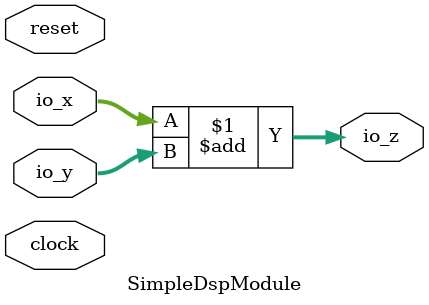
<source format=v>
module SimpleDspModule(
  input         clock,
  input         reset,
  input  [15:0] io_x,
  input  [15:0] io_y,
  output [15:0] io_z
);
  assign io_z = $signed(io_x) + $signed(io_y); // @[FixedPointTypeClass.scala 21:58]
endmodule

</source>
